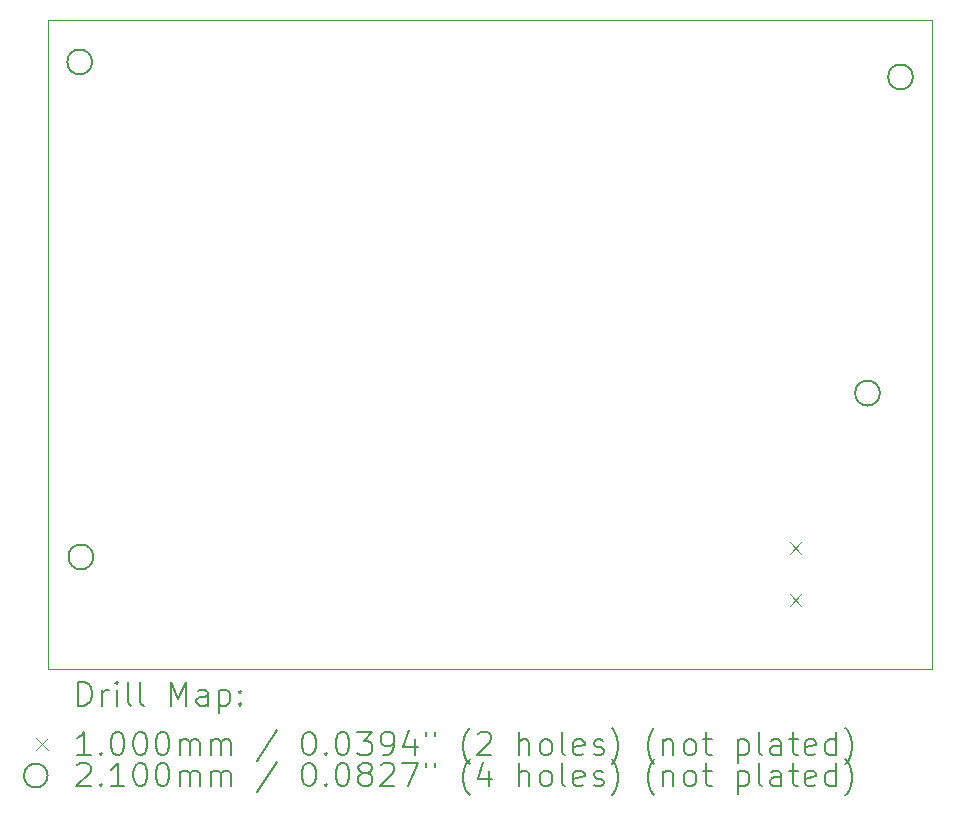
<source format=gbr>
%TF.GenerationSoftware,KiCad,Pcbnew,8.0.5*%
%TF.CreationDate,2024-11-03T18:03:42-05:00*%
%TF.ProjectId,emerald_pcb,656d6572-616c-4645-9f70-63622e6b6963,rev?*%
%TF.SameCoordinates,Original*%
%TF.FileFunction,Drillmap*%
%TF.FilePolarity,Positive*%
%FSLAX45Y45*%
G04 Gerber Fmt 4.5, Leading zero omitted, Abs format (unit mm)*
G04 Created by KiCad (PCBNEW 8.0.5) date 2024-11-03 18:03:42*
%MOMM*%
%LPD*%
G01*
G04 APERTURE LIST*
%ADD10C,0.050000*%
%ADD11C,0.200000*%
%ADD12C,0.100000*%
%ADD13C,0.210000*%
G04 APERTURE END LIST*
D10*
X3474720Y-3454400D02*
X10957560Y-3454400D01*
X10957560Y-8945880D01*
X3474720Y-8945880D01*
X3474720Y-3454400D01*
D11*
D12*
X9755220Y-7873240D02*
X9855220Y-7973240D01*
X9855220Y-7873240D02*
X9755220Y-7973240D01*
X9755220Y-8313240D02*
X9855220Y-8413240D01*
X9855220Y-8313240D02*
X9755220Y-8413240D01*
D13*
X3848960Y-3810000D02*
G75*
G02*
X3638960Y-3810000I-105000J0D01*
G01*
X3638960Y-3810000D02*
G75*
G02*
X3848960Y-3810000I105000J0D01*
G01*
X3859120Y-8001000D02*
G75*
G02*
X3649120Y-8001000I-105000J0D01*
G01*
X3649120Y-8001000D02*
G75*
G02*
X3859120Y-8001000I105000J0D01*
G01*
X10519000Y-6614160D02*
G75*
G02*
X10309000Y-6614160I-105000J0D01*
G01*
X10309000Y-6614160D02*
G75*
G02*
X10519000Y-6614160I105000J0D01*
G01*
X10798400Y-3937000D02*
G75*
G02*
X10588400Y-3937000I-105000J0D01*
G01*
X10588400Y-3937000D02*
G75*
G02*
X10798400Y-3937000I105000J0D01*
G01*
D11*
X3732997Y-9259864D02*
X3732997Y-9059864D01*
X3732997Y-9059864D02*
X3780616Y-9059864D01*
X3780616Y-9059864D02*
X3809187Y-9069388D01*
X3809187Y-9069388D02*
X3828235Y-9088435D01*
X3828235Y-9088435D02*
X3837759Y-9107483D01*
X3837759Y-9107483D02*
X3847282Y-9145578D01*
X3847282Y-9145578D02*
X3847282Y-9174150D01*
X3847282Y-9174150D02*
X3837759Y-9212245D01*
X3837759Y-9212245D02*
X3828235Y-9231292D01*
X3828235Y-9231292D02*
X3809187Y-9250340D01*
X3809187Y-9250340D02*
X3780616Y-9259864D01*
X3780616Y-9259864D02*
X3732997Y-9259864D01*
X3932997Y-9259864D02*
X3932997Y-9126530D01*
X3932997Y-9164626D02*
X3942521Y-9145578D01*
X3942521Y-9145578D02*
X3952044Y-9136054D01*
X3952044Y-9136054D02*
X3971092Y-9126530D01*
X3971092Y-9126530D02*
X3990140Y-9126530D01*
X4056806Y-9259864D02*
X4056806Y-9126530D01*
X4056806Y-9059864D02*
X4047282Y-9069388D01*
X4047282Y-9069388D02*
X4056806Y-9078911D01*
X4056806Y-9078911D02*
X4066330Y-9069388D01*
X4066330Y-9069388D02*
X4056806Y-9059864D01*
X4056806Y-9059864D02*
X4056806Y-9078911D01*
X4180616Y-9259864D02*
X4161568Y-9250340D01*
X4161568Y-9250340D02*
X4152044Y-9231292D01*
X4152044Y-9231292D02*
X4152044Y-9059864D01*
X4285378Y-9259864D02*
X4266330Y-9250340D01*
X4266330Y-9250340D02*
X4256806Y-9231292D01*
X4256806Y-9231292D02*
X4256806Y-9059864D01*
X4513949Y-9259864D02*
X4513949Y-9059864D01*
X4513949Y-9059864D02*
X4580616Y-9202721D01*
X4580616Y-9202721D02*
X4647283Y-9059864D01*
X4647283Y-9059864D02*
X4647283Y-9259864D01*
X4828235Y-9259864D02*
X4828235Y-9155102D01*
X4828235Y-9155102D02*
X4818711Y-9136054D01*
X4818711Y-9136054D02*
X4799664Y-9126530D01*
X4799664Y-9126530D02*
X4761568Y-9126530D01*
X4761568Y-9126530D02*
X4742521Y-9136054D01*
X4828235Y-9250340D02*
X4809187Y-9259864D01*
X4809187Y-9259864D02*
X4761568Y-9259864D01*
X4761568Y-9259864D02*
X4742521Y-9250340D01*
X4742521Y-9250340D02*
X4732997Y-9231292D01*
X4732997Y-9231292D02*
X4732997Y-9212245D01*
X4732997Y-9212245D02*
X4742521Y-9193197D01*
X4742521Y-9193197D02*
X4761568Y-9183673D01*
X4761568Y-9183673D02*
X4809187Y-9183673D01*
X4809187Y-9183673D02*
X4828235Y-9174150D01*
X4923473Y-9126530D02*
X4923473Y-9326530D01*
X4923473Y-9136054D02*
X4942521Y-9126530D01*
X4942521Y-9126530D02*
X4980616Y-9126530D01*
X4980616Y-9126530D02*
X4999664Y-9136054D01*
X4999664Y-9136054D02*
X5009187Y-9145578D01*
X5009187Y-9145578D02*
X5018711Y-9164626D01*
X5018711Y-9164626D02*
X5018711Y-9221769D01*
X5018711Y-9221769D02*
X5009187Y-9240816D01*
X5009187Y-9240816D02*
X4999664Y-9250340D01*
X4999664Y-9250340D02*
X4980616Y-9259864D01*
X4980616Y-9259864D02*
X4942521Y-9259864D01*
X4942521Y-9259864D02*
X4923473Y-9250340D01*
X5104425Y-9240816D02*
X5113949Y-9250340D01*
X5113949Y-9250340D02*
X5104425Y-9259864D01*
X5104425Y-9259864D02*
X5094902Y-9250340D01*
X5094902Y-9250340D02*
X5104425Y-9240816D01*
X5104425Y-9240816D02*
X5104425Y-9259864D01*
X5104425Y-9136054D02*
X5113949Y-9145578D01*
X5113949Y-9145578D02*
X5104425Y-9155102D01*
X5104425Y-9155102D02*
X5094902Y-9145578D01*
X5094902Y-9145578D02*
X5104425Y-9136054D01*
X5104425Y-9136054D02*
X5104425Y-9155102D01*
D12*
X3372220Y-9538380D02*
X3472220Y-9638380D01*
X3472220Y-9538380D02*
X3372220Y-9638380D01*
D11*
X3837759Y-9679864D02*
X3723473Y-9679864D01*
X3780616Y-9679864D02*
X3780616Y-9479864D01*
X3780616Y-9479864D02*
X3761568Y-9508435D01*
X3761568Y-9508435D02*
X3742521Y-9527483D01*
X3742521Y-9527483D02*
X3723473Y-9537007D01*
X3923473Y-9660816D02*
X3932997Y-9670340D01*
X3932997Y-9670340D02*
X3923473Y-9679864D01*
X3923473Y-9679864D02*
X3913949Y-9670340D01*
X3913949Y-9670340D02*
X3923473Y-9660816D01*
X3923473Y-9660816D02*
X3923473Y-9679864D01*
X4056806Y-9479864D02*
X4075854Y-9479864D01*
X4075854Y-9479864D02*
X4094902Y-9489388D01*
X4094902Y-9489388D02*
X4104425Y-9498911D01*
X4104425Y-9498911D02*
X4113949Y-9517959D01*
X4113949Y-9517959D02*
X4123473Y-9556054D01*
X4123473Y-9556054D02*
X4123473Y-9603673D01*
X4123473Y-9603673D02*
X4113949Y-9641769D01*
X4113949Y-9641769D02*
X4104425Y-9660816D01*
X4104425Y-9660816D02*
X4094902Y-9670340D01*
X4094902Y-9670340D02*
X4075854Y-9679864D01*
X4075854Y-9679864D02*
X4056806Y-9679864D01*
X4056806Y-9679864D02*
X4037759Y-9670340D01*
X4037759Y-9670340D02*
X4028235Y-9660816D01*
X4028235Y-9660816D02*
X4018711Y-9641769D01*
X4018711Y-9641769D02*
X4009187Y-9603673D01*
X4009187Y-9603673D02*
X4009187Y-9556054D01*
X4009187Y-9556054D02*
X4018711Y-9517959D01*
X4018711Y-9517959D02*
X4028235Y-9498911D01*
X4028235Y-9498911D02*
X4037759Y-9489388D01*
X4037759Y-9489388D02*
X4056806Y-9479864D01*
X4247283Y-9479864D02*
X4266330Y-9479864D01*
X4266330Y-9479864D02*
X4285378Y-9489388D01*
X4285378Y-9489388D02*
X4294902Y-9498911D01*
X4294902Y-9498911D02*
X4304425Y-9517959D01*
X4304425Y-9517959D02*
X4313949Y-9556054D01*
X4313949Y-9556054D02*
X4313949Y-9603673D01*
X4313949Y-9603673D02*
X4304425Y-9641769D01*
X4304425Y-9641769D02*
X4294902Y-9660816D01*
X4294902Y-9660816D02*
X4285378Y-9670340D01*
X4285378Y-9670340D02*
X4266330Y-9679864D01*
X4266330Y-9679864D02*
X4247283Y-9679864D01*
X4247283Y-9679864D02*
X4228235Y-9670340D01*
X4228235Y-9670340D02*
X4218711Y-9660816D01*
X4218711Y-9660816D02*
X4209187Y-9641769D01*
X4209187Y-9641769D02*
X4199664Y-9603673D01*
X4199664Y-9603673D02*
X4199664Y-9556054D01*
X4199664Y-9556054D02*
X4209187Y-9517959D01*
X4209187Y-9517959D02*
X4218711Y-9498911D01*
X4218711Y-9498911D02*
X4228235Y-9489388D01*
X4228235Y-9489388D02*
X4247283Y-9479864D01*
X4437759Y-9479864D02*
X4456806Y-9479864D01*
X4456806Y-9479864D02*
X4475854Y-9489388D01*
X4475854Y-9489388D02*
X4485378Y-9498911D01*
X4485378Y-9498911D02*
X4494902Y-9517959D01*
X4494902Y-9517959D02*
X4504425Y-9556054D01*
X4504425Y-9556054D02*
X4504425Y-9603673D01*
X4504425Y-9603673D02*
X4494902Y-9641769D01*
X4494902Y-9641769D02*
X4485378Y-9660816D01*
X4485378Y-9660816D02*
X4475854Y-9670340D01*
X4475854Y-9670340D02*
X4456806Y-9679864D01*
X4456806Y-9679864D02*
X4437759Y-9679864D01*
X4437759Y-9679864D02*
X4418711Y-9670340D01*
X4418711Y-9670340D02*
X4409187Y-9660816D01*
X4409187Y-9660816D02*
X4399664Y-9641769D01*
X4399664Y-9641769D02*
X4390140Y-9603673D01*
X4390140Y-9603673D02*
X4390140Y-9556054D01*
X4390140Y-9556054D02*
X4399664Y-9517959D01*
X4399664Y-9517959D02*
X4409187Y-9498911D01*
X4409187Y-9498911D02*
X4418711Y-9489388D01*
X4418711Y-9489388D02*
X4437759Y-9479864D01*
X4590140Y-9679864D02*
X4590140Y-9546530D01*
X4590140Y-9565578D02*
X4599664Y-9556054D01*
X4599664Y-9556054D02*
X4618711Y-9546530D01*
X4618711Y-9546530D02*
X4647283Y-9546530D01*
X4647283Y-9546530D02*
X4666330Y-9556054D01*
X4666330Y-9556054D02*
X4675854Y-9575102D01*
X4675854Y-9575102D02*
X4675854Y-9679864D01*
X4675854Y-9575102D02*
X4685378Y-9556054D01*
X4685378Y-9556054D02*
X4704425Y-9546530D01*
X4704425Y-9546530D02*
X4732997Y-9546530D01*
X4732997Y-9546530D02*
X4752045Y-9556054D01*
X4752045Y-9556054D02*
X4761568Y-9575102D01*
X4761568Y-9575102D02*
X4761568Y-9679864D01*
X4856806Y-9679864D02*
X4856806Y-9546530D01*
X4856806Y-9565578D02*
X4866330Y-9556054D01*
X4866330Y-9556054D02*
X4885378Y-9546530D01*
X4885378Y-9546530D02*
X4913949Y-9546530D01*
X4913949Y-9546530D02*
X4932997Y-9556054D01*
X4932997Y-9556054D02*
X4942521Y-9575102D01*
X4942521Y-9575102D02*
X4942521Y-9679864D01*
X4942521Y-9575102D02*
X4952045Y-9556054D01*
X4952045Y-9556054D02*
X4971092Y-9546530D01*
X4971092Y-9546530D02*
X4999664Y-9546530D01*
X4999664Y-9546530D02*
X5018711Y-9556054D01*
X5018711Y-9556054D02*
X5028235Y-9575102D01*
X5028235Y-9575102D02*
X5028235Y-9679864D01*
X5418711Y-9470340D02*
X5247283Y-9727483D01*
X5675854Y-9479864D02*
X5694902Y-9479864D01*
X5694902Y-9479864D02*
X5713949Y-9489388D01*
X5713949Y-9489388D02*
X5723473Y-9498911D01*
X5723473Y-9498911D02*
X5732997Y-9517959D01*
X5732997Y-9517959D02*
X5742521Y-9556054D01*
X5742521Y-9556054D02*
X5742521Y-9603673D01*
X5742521Y-9603673D02*
X5732997Y-9641769D01*
X5732997Y-9641769D02*
X5723473Y-9660816D01*
X5723473Y-9660816D02*
X5713949Y-9670340D01*
X5713949Y-9670340D02*
X5694902Y-9679864D01*
X5694902Y-9679864D02*
X5675854Y-9679864D01*
X5675854Y-9679864D02*
X5656806Y-9670340D01*
X5656806Y-9670340D02*
X5647283Y-9660816D01*
X5647283Y-9660816D02*
X5637759Y-9641769D01*
X5637759Y-9641769D02*
X5628235Y-9603673D01*
X5628235Y-9603673D02*
X5628235Y-9556054D01*
X5628235Y-9556054D02*
X5637759Y-9517959D01*
X5637759Y-9517959D02*
X5647283Y-9498911D01*
X5647283Y-9498911D02*
X5656806Y-9489388D01*
X5656806Y-9489388D02*
X5675854Y-9479864D01*
X5828235Y-9660816D02*
X5837759Y-9670340D01*
X5837759Y-9670340D02*
X5828235Y-9679864D01*
X5828235Y-9679864D02*
X5818711Y-9670340D01*
X5818711Y-9670340D02*
X5828235Y-9660816D01*
X5828235Y-9660816D02*
X5828235Y-9679864D01*
X5961568Y-9479864D02*
X5980616Y-9479864D01*
X5980616Y-9479864D02*
X5999664Y-9489388D01*
X5999664Y-9489388D02*
X6009187Y-9498911D01*
X6009187Y-9498911D02*
X6018711Y-9517959D01*
X6018711Y-9517959D02*
X6028235Y-9556054D01*
X6028235Y-9556054D02*
X6028235Y-9603673D01*
X6028235Y-9603673D02*
X6018711Y-9641769D01*
X6018711Y-9641769D02*
X6009187Y-9660816D01*
X6009187Y-9660816D02*
X5999664Y-9670340D01*
X5999664Y-9670340D02*
X5980616Y-9679864D01*
X5980616Y-9679864D02*
X5961568Y-9679864D01*
X5961568Y-9679864D02*
X5942521Y-9670340D01*
X5942521Y-9670340D02*
X5932997Y-9660816D01*
X5932997Y-9660816D02*
X5923473Y-9641769D01*
X5923473Y-9641769D02*
X5913949Y-9603673D01*
X5913949Y-9603673D02*
X5913949Y-9556054D01*
X5913949Y-9556054D02*
X5923473Y-9517959D01*
X5923473Y-9517959D02*
X5932997Y-9498911D01*
X5932997Y-9498911D02*
X5942521Y-9489388D01*
X5942521Y-9489388D02*
X5961568Y-9479864D01*
X6094902Y-9479864D02*
X6218711Y-9479864D01*
X6218711Y-9479864D02*
X6152045Y-9556054D01*
X6152045Y-9556054D02*
X6180616Y-9556054D01*
X6180616Y-9556054D02*
X6199664Y-9565578D01*
X6199664Y-9565578D02*
X6209187Y-9575102D01*
X6209187Y-9575102D02*
X6218711Y-9594150D01*
X6218711Y-9594150D02*
X6218711Y-9641769D01*
X6218711Y-9641769D02*
X6209187Y-9660816D01*
X6209187Y-9660816D02*
X6199664Y-9670340D01*
X6199664Y-9670340D02*
X6180616Y-9679864D01*
X6180616Y-9679864D02*
X6123473Y-9679864D01*
X6123473Y-9679864D02*
X6104426Y-9670340D01*
X6104426Y-9670340D02*
X6094902Y-9660816D01*
X6313949Y-9679864D02*
X6352045Y-9679864D01*
X6352045Y-9679864D02*
X6371092Y-9670340D01*
X6371092Y-9670340D02*
X6380616Y-9660816D01*
X6380616Y-9660816D02*
X6399664Y-9632245D01*
X6399664Y-9632245D02*
X6409187Y-9594150D01*
X6409187Y-9594150D02*
X6409187Y-9517959D01*
X6409187Y-9517959D02*
X6399664Y-9498911D01*
X6399664Y-9498911D02*
X6390140Y-9489388D01*
X6390140Y-9489388D02*
X6371092Y-9479864D01*
X6371092Y-9479864D02*
X6332997Y-9479864D01*
X6332997Y-9479864D02*
X6313949Y-9489388D01*
X6313949Y-9489388D02*
X6304426Y-9498911D01*
X6304426Y-9498911D02*
X6294902Y-9517959D01*
X6294902Y-9517959D02*
X6294902Y-9565578D01*
X6294902Y-9565578D02*
X6304426Y-9584626D01*
X6304426Y-9584626D02*
X6313949Y-9594150D01*
X6313949Y-9594150D02*
X6332997Y-9603673D01*
X6332997Y-9603673D02*
X6371092Y-9603673D01*
X6371092Y-9603673D02*
X6390140Y-9594150D01*
X6390140Y-9594150D02*
X6399664Y-9584626D01*
X6399664Y-9584626D02*
X6409187Y-9565578D01*
X6580616Y-9546530D02*
X6580616Y-9679864D01*
X6532997Y-9470340D02*
X6485378Y-9613197D01*
X6485378Y-9613197D02*
X6609187Y-9613197D01*
X6675854Y-9479864D02*
X6675854Y-9517959D01*
X6752045Y-9479864D02*
X6752045Y-9517959D01*
X7047283Y-9756054D02*
X7037759Y-9746530D01*
X7037759Y-9746530D02*
X7018711Y-9717959D01*
X7018711Y-9717959D02*
X7009188Y-9698911D01*
X7009188Y-9698911D02*
X6999664Y-9670340D01*
X6999664Y-9670340D02*
X6990140Y-9622721D01*
X6990140Y-9622721D02*
X6990140Y-9584626D01*
X6990140Y-9584626D02*
X6999664Y-9537007D01*
X6999664Y-9537007D02*
X7009188Y-9508435D01*
X7009188Y-9508435D02*
X7018711Y-9489388D01*
X7018711Y-9489388D02*
X7037759Y-9460816D01*
X7037759Y-9460816D02*
X7047283Y-9451292D01*
X7113949Y-9498911D02*
X7123473Y-9489388D01*
X7123473Y-9489388D02*
X7142521Y-9479864D01*
X7142521Y-9479864D02*
X7190140Y-9479864D01*
X7190140Y-9479864D02*
X7209188Y-9489388D01*
X7209188Y-9489388D02*
X7218711Y-9498911D01*
X7218711Y-9498911D02*
X7228235Y-9517959D01*
X7228235Y-9517959D02*
X7228235Y-9537007D01*
X7228235Y-9537007D02*
X7218711Y-9565578D01*
X7218711Y-9565578D02*
X7104426Y-9679864D01*
X7104426Y-9679864D02*
X7228235Y-9679864D01*
X7466330Y-9679864D02*
X7466330Y-9479864D01*
X7552045Y-9679864D02*
X7552045Y-9575102D01*
X7552045Y-9575102D02*
X7542521Y-9556054D01*
X7542521Y-9556054D02*
X7523473Y-9546530D01*
X7523473Y-9546530D02*
X7494902Y-9546530D01*
X7494902Y-9546530D02*
X7475854Y-9556054D01*
X7475854Y-9556054D02*
X7466330Y-9565578D01*
X7675854Y-9679864D02*
X7656807Y-9670340D01*
X7656807Y-9670340D02*
X7647283Y-9660816D01*
X7647283Y-9660816D02*
X7637759Y-9641769D01*
X7637759Y-9641769D02*
X7637759Y-9584626D01*
X7637759Y-9584626D02*
X7647283Y-9565578D01*
X7647283Y-9565578D02*
X7656807Y-9556054D01*
X7656807Y-9556054D02*
X7675854Y-9546530D01*
X7675854Y-9546530D02*
X7704426Y-9546530D01*
X7704426Y-9546530D02*
X7723473Y-9556054D01*
X7723473Y-9556054D02*
X7732997Y-9565578D01*
X7732997Y-9565578D02*
X7742521Y-9584626D01*
X7742521Y-9584626D02*
X7742521Y-9641769D01*
X7742521Y-9641769D02*
X7732997Y-9660816D01*
X7732997Y-9660816D02*
X7723473Y-9670340D01*
X7723473Y-9670340D02*
X7704426Y-9679864D01*
X7704426Y-9679864D02*
X7675854Y-9679864D01*
X7856807Y-9679864D02*
X7837759Y-9670340D01*
X7837759Y-9670340D02*
X7828235Y-9651292D01*
X7828235Y-9651292D02*
X7828235Y-9479864D01*
X8009188Y-9670340D02*
X7990140Y-9679864D01*
X7990140Y-9679864D02*
X7952045Y-9679864D01*
X7952045Y-9679864D02*
X7932997Y-9670340D01*
X7932997Y-9670340D02*
X7923473Y-9651292D01*
X7923473Y-9651292D02*
X7923473Y-9575102D01*
X7923473Y-9575102D02*
X7932997Y-9556054D01*
X7932997Y-9556054D02*
X7952045Y-9546530D01*
X7952045Y-9546530D02*
X7990140Y-9546530D01*
X7990140Y-9546530D02*
X8009188Y-9556054D01*
X8009188Y-9556054D02*
X8018711Y-9575102D01*
X8018711Y-9575102D02*
X8018711Y-9594150D01*
X8018711Y-9594150D02*
X7923473Y-9613197D01*
X8094902Y-9670340D02*
X8113950Y-9679864D01*
X8113950Y-9679864D02*
X8152045Y-9679864D01*
X8152045Y-9679864D02*
X8171092Y-9670340D01*
X8171092Y-9670340D02*
X8180616Y-9651292D01*
X8180616Y-9651292D02*
X8180616Y-9641769D01*
X8180616Y-9641769D02*
X8171092Y-9622721D01*
X8171092Y-9622721D02*
X8152045Y-9613197D01*
X8152045Y-9613197D02*
X8123473Y-9613197D01*
X8123473Y-9613197D02*
X8104426Y-9603673D01*
X8104426Y-9603673D02*
X8094902Y-9584626D01*
X8094902Y-9584626D02*
X8094902Y-9575102D01*
X8094902Y-9575102D02*
X8104426Y-9556054D01*
X8104426Y-9556054D02*
X8123473Y-9546530D01*
X8123473Y-9546530D02*
X8152045Y-9546530D01*
X8152045Y-9546530D02*
X8171092Y-9556054D01*
X8247283Y-9756054D02*
X8256807Y-9746530D01*
X8256807Y-9746530D02*
X8275854Y-9717959D01*
X8275854Y-9717959D02*
X8285378Y-9698911D01*
X8285378Y-9698911D02*
X8294902Y-9670340D01*
X8294902Y-9670340D02*
X8304426Y-9622721D01*
X8304426Y-9622721D02*
X8304426Y-9584626D01*
X8304426Y-9584626D02*
X8294902Y-9537007D01*
X8294902Y-9537007D02*
X8285378Y-9508435D01*
X8285378Y-9508435D02*
X8275854Y-9489388D01*
X8275854Y-9489388D02*
X8256807Y-9460816D01*
X8256807Y-9460816D02*
X8247283Y-9451292D01*
X8609188Y-9756054D02*
X8599664Y-9746530D01*
X8599664Y-9746530D02*
X8580616Y-9717959D01*
X8580616Y-9717959D02*
X8571093Y-9698911D01*
X8571093Y-9698911D02*
X8561569Y-9670340D01*
X8561569Y-9670340D02*
X8552045Y-9622721D01*
X8552045Y-9622721D02*
X8552045Y-9584626D01*
X8552045Y-9584626D02*
X8561569Y-9537007D01*
X8561569Y-9537007D02*
X8571093Y-9508435D01*
X8571093Y-9508435D02*
X8580616Y-9489388D01*
X8580616Y-9489388D02*
X8599664Y-9460816D01*
X8599664Y-9460816D02*
X8609188Y-9451292D01*
X8685378Y-9546530D02*
X8685378Y-9679864D01*
X8685378Y-9565578D02*
X8694902Y-9556054D01*
X8694902Y-9556054D02*
X8713950Y-9546530D01*
X8713950Y-9546530D02*
X8742521Y-9546530D01*
X8742521Y-9546530D02*
X8761569Y-9556054D01*
X8761569Y-9556054D02*
X8771093Y-9575102D01*
X8771093Y-9575102D02*
X8771093Y-9679864D01*
X8894902Y-9679864D02*
X8875854Y-9670340D01*
X8875854Y-9670340D02*
X8866331Y-9660816D01*
X8866331Y-9660816D02*
X8856807Y-9641769D01*
X8856807Y-9641769D02*
X8856807Y-9584626D01*
X8856807Y-9584626D02*
X8866331Y-9565578D01*
X8866331Y-9565578D02*
X8875854Y-9556054D01*
X8875854Y-9556054D02*
X8894902Y-9546530D01*
X8894902Y-9546530D02*
X8923474Y-9546530D01*
X8923474Y-9546530D02*
X8942521Y-9556054D01*
X8942521Y-9556054D02*
X8952045Y-9565578D01*
X8952045Y-9565578D02*
X8961569Y-9584626D01*
X8961569Y-9584626D02*
X8961569Y-9641769D01*
X8961569Y-9641769D02*
X8952045Y-9660816D01*
X8952045Y-9660816D02*
X8942521Y-9670340D01*
X8942521Y-9670340D02*
X8923474Y-9679864D01*
X8923474Y-9679864D02*
X8894902Y-9679864D01*
X9018712Y-9546530D02*
X9094902Y-9546530D01*
X9047283Y-9479864D02*
X9047283Y-9651292D01*
X9047283Y-9651292D02*
X9056807Y-9670340D01*
X9056807Y-9670340D02*
X9075854Y-9679864D01*
X9075854Y-9679864D02*
X9094902Y-9679864D01*
X9313950Y-9546530D02*
X9313950Y-9746530D01*
X9313950Y-9556054D02*
X9332997Y-9546530D01*
X9332997Y-9546530D02*
X9371093Y-9546530D01*
X9371093Y-9546530D02*
X9390140Y-9556054D01*
X9390140Y-9556054D02*
X9399664Y-9565578D01*
X9399664Y-9565578D02*
X9409188Y-9584626D01*
X9409188Y-9584626D02*
X9409188Y-9641769D01*
X9409188Y-9641769D02*
X9399664Y-9660816D01*
X9399664Y-9660816D02*
X9390140Y-9670340D01*
X9390140Y-9670340D02*
X9371093Y-9679864D01*
X9371093Y-9679864D02*
X9332997Y-9679864D01*
X9332997Y-9679864D02*
X9313950Y-9670340D01*
X9523474Y-9679864D02*
X9504426Y-9670340D01*
X9504426Y-9670340D02*
X9494902Y-9651292D01*
X9494902Y-9651292D02*
X9494902Y-9479864D01*
X9685378Y-9679864D02*
X9685378Y-9575102D01*
X9685378Y-9575102D02*
X9675855Y-9556054D01*
X9675855Y-9556054D02*
X9656807Y-9546530D01*
X9656807Y-9546530D02*
X9618712Y-9546530D01*
X9618712Y-9546530D02*
X9599664Y-9556054D01*
X9685378Y-9670340D02*
X9666331Y-9679864D01*
X9666331Y-9679864D02*
X9618712Y-9679864D01*
X9618712Y-9679864D02*
X9599664Y-9670340D01*
X9599664Y-9670340D02*
X9590140Y-9651292D01*
X9590140Y-9651292D02*
X9590140Y-9632245D01*
X9590140Y-9632245D02*
X9599664Y-9613197D01*
X9599664Y-9613197D02*
X9618712Y-9603673D01*
X9618712Y-9603673D02*
X9666331Y-9603673D01*
X9666331Y-9603673D02*
X9685378Y-9594150D01*
X9752045Y-9546530D02*
X9828235Y-9546530D01*
X9780616Y-9479864D02*
X9780616Y-9651292D01*
X9780616Y-9651292D02*
X9790140Y-9670340D01*
X9790140Y-9670340D02*
X9809188Y-9679864D01*
X9809188Y-9679864D02*
X9828235Y-9679864D01*
X9971093Y-9670340D02*
X9952045Y-9679864D01*
X9952045Y-9679864D02*
X9913950Y-9679864D01*
X9913950Y-9679864D02*
X9894902Y-9670340D01*
X9894902Y-9670340D02*
X9885378Y-9651292D01*
X9885378Y-9651292D02*
X9885378Y-9575102D01*
X9885378Y-9575102D02*
X9894902Y-9556054D01*
X9894902Y-9556054D02*
X9913950Y-9546530D01*
X9913950Y-9546530D02*
X9952045Y-9546530D01*
X9952045Y-9546530D02*
X9971093Y-9556054D01*
X9971093Y-9556054D02*
X9980616Y-9575102D01*
X9980616Y-9575102D02*
X9980616Y-9594150D01*
X9980616Y-9594150D02*
X9885378Y-9613197D01*
X10152045Y-9679864D02*
X10152045Y-9479864D01*
X10152045Y-9670340D02*
X10132997Y-9679864D01*
X10132997Y-9679864D02*
X10094902Y-9679864D01*
X10094902Y-9679864D02*
X10075855Y-9670340D01*
X10075855Y-9670340D02*
X10066331Y-9660816D01*
X10066331Y-9660816D02*
X10056807Y-9641769D01*
X10056807Y-9641769D02*
X10056807Y-9584626D01*
X10056807Y-9584626D02*
X10066331Y-9565578D01*
X10066331Y-9565578D02*
X10075855Y-9556054D01*
X10075855Y-9556054D02*
X10094902Y-9546530D01*
X10094902Y-9546530D02*
X10132997Y-9546530D01*
X10132997Y-9546530D02*
X10152045Y-9556054D01*
X10228236Y-9756054D02*
X10237759Y-9746530D01*
X10237759Y-9746530D02*
X10256807Y-9717959D01*
X10256807Y-9717959D02*
X10266331Y-9698911D01*
X10266331Y-9698911D02*
X10275855Y-9670340D01*
X10275855Y-9670340D02*
X10285378Y-9622721D01*
X10285378Y-9622721D02*
X10285378Y-9584626D01*
X10285378Y-9584626D02*
X10275855Y-9537007D01*
X10275855Y-9537007D02*
X10266331Y-9508435D01*
X10266331Y-9508435D02*
X10256807Y-9489388D01*
X10256807Y-9489388D02*
X10237759Y-9460816D01*
X10237759Y-9460816D02*
X10228236Y-9451292D01*
X3472220Y-9852380D02*
G75*
G02*
X3272220Y-9852380I-100000J0D01*
G01*
X3272220Y-9852380D02*
G75*
G02*
X3472220Y-9852380I100000J0D01*
G01*
X3723473Y-9762911D02*
X3732997Y-9753388D01*
X3732997Y-9753388D02*
X3752044Y-9743864D01*
X3752044Y-9743864D02*
X3799663Y-9743864D01*
X3799663Y-9743864D02*
X3818711Y-9753388D01*
X3818711Y-9753388D02*
X3828235Y-9762911D01*
X3828235Y-9762911D02*
X3837759Y-9781959D01*
X3837759Y-9781959D02*
X3837759Y-9801007D01*
X3837759Y-9801007D02*
X3828235Y-9829578D01*
X3828235Y-9829578D02*
X3713949Y-9943864D01*
X3713949Y-9943864D02*
X3837759Y-9943864D01*
X3923473Y-9924816D02*
X3932997Y-9934340D01*
X3932997Y-9934340D02*
X3923473Y-9943864D01*
X3923473Y-9943864D02*
X3913949Y-9934340D01*
X3913949Y-9934340D02*
X3923473Y-9924816D01*
X3923473Y-9924816D02*
X3923473Y-9943864D01*
X4123473Y-9943864D02*
X4009187Y-9943864D01*
X4066330Y-9943864D02*
X4066330Y-9743864D01*
X4066330Y-9743864D02*
X4047282Y-9772435D01*
X4047282Y-9772435D02*
X4028235Y-9791483D01*
X4028235Y-9791483D02*
X4009187Y-9801007D01*
X4247283Y-9743864D02*
X4266330Y-9743864D01*
X4266330Y-9743864D02*
X4285378Y-9753388D01*
X4285378Y-9753388D02*
X4294902Y-9762911D01*
X4294902Y-9762911D02*
X4304425Y-9781959D01*
X4304425Y-9781959D02*
X4313949Y-9820054D01*
X4313949Y-9820054D02*
X4313949Y-9867673D01*
X4313949Y-9867673D02*
X4304425Y-9905769D01*
X4304425Y-9905769D02*
X4294902Y-9924816D01*
X4294902Y-9924816D02*
X4285378Y-9934340D01*
X4285378Y-9934340D02*
X4266330Y-9943864D01*
X4266330Y-9943864D02*
X4247283Y-9943864D01*
X4247283Y-9943864D02*
X4228235Y-9934340D01*
X4228235Y-9934340D02*
X4218711Y-9924816D01*
X4218711Y-9924816D02*
X4209187Y-9905769D01*
X4209187Y-9905769D02*
X4199664Y-9867673D01*
X4199664Y-9867673D02*
X4199664Y-9820054D01*
X4199664Y-9820054D02*
X4209187Y-9781959D01*
X4209187Y-9781959D02*
X4218711Y-9762911D01*
X4218711Y-9762911D02*
X4228235Y-9753388D01*
X4228235Y-9753388D02*
X4247283Y-9743864D01*
X4437759Y-9743864D02*
X4456806Y-9743864D01*
X4456806Y-9743864D02*
X4475854Y-9753388D01*
X4475854Y-9753388D02*
X4485378Y-9762911D01*
X4485378Y-9762911D02*
X4494902Y-9781959D01*
X4494902Y-9781959D02*
X4504425Y-9820054D01*
X4504425Y-9820054D02*
X4504425Y-9867673D01*
X4504425Y-9867673D02*
X4494902Y-9905769D01*
X4494902Y-9905769D02*
X4485378Y-9924816D01*
X4485378Y-9924816D02*
X4475854Y-9934340D01*
X4475854Y-9934340D02*
X4456806Y-9943864D01*
X4456806Y-9943864D02*
X4437759Y-9943864D01*
X4437759Y-9943864D02*
X4418711Y-9934340D01*
X4418711Y-9934340D02*
X4409187Y-9924816D01*
X4409187Y-9924816D02*
X4399664Y-9905769D01*
X4399664Y-9905769D02*
X4390140Y-9867673D01*
X4390140Y-9867673D02*
X4390140Y-9820054D01*
X4390140Y-9820054D02*
X4399664Y-9781959D01*
X4399664Y-9781959D02*
X4409187Y-9762911D01*
X4409187Y-9762911D02*
X4418711Y-9753388D01*
X4418711Y-9753388D02*
X4437759Y-9743864D01*
X4590140Y-9943864D02*
X4590140Y-9810530D01*
X4590140Y-9829578D02*
X4599664Y-9820054D01*
X4599664Y-9820054D02*
X4618711Y-9810530D01*
X4618711Y-9810530D02*
X4647283Y-9810530D01*
X4647283Y-9810530D02*
X4666330Y-9820054D01*
X4666330Y-9820054D02*
X4675854Y-9839102D01*
X4675854Y-9839102D02*
X4675854Y-9943864D01*
X4675854Y-9839102D02*
X4685378Y-9820054D01*
X4685378Y-9820054D02*
X4704425Y-9810530D01*
X4704425Y-9810530D02*
X4732997Y-9810530D01*
X4732997Y-9810530D02*
X4752045Y-9820054D01*
X4752045Y-9820054D02*
X4761568Y-9839102D01*
X4761568Y-9839102D02*
X4761568Y-9943864D01*
X4856806Y-9943864D02*
X4856806Y-9810530D01*
X4856806Y-9829578D02*
X4866330Y-9820054D01*
X4866330Y-9820054D02*
X4885378Y-9810530D01*
X4885378Y-9810530D02*
X4913949Y-9810530D01*
X4913949Y-9810530D02*
X4932997Y-9820054D01*
X4932997Y-9820054D02*
X4942521Y-9839102D01*
X4942521Y-9839102D02*
X4942521Y-9943864D01*
X4942521Y-9839102D02*
X4952045Y-9820054D01*
X4952045Y-9820054D02*
X4971092Y-9810530D01*
X4971092Y-9810530D02*
X4999664Y-9810530D01*
X4999664Y-9810530D02*
X5018711Y-9820054D01*
X5018711Y-9820054D02*
X5028235Y-9839102D01*
X5028235Y-9839102D02*
X5028235Y-9943864D01*
X5418711Y-9734340D02*
X5247283Y-9991483D01*
X5675854Y-9743864D02*
X5694902Y-9743864D01*
X5694902Y-9743864D02*
X5713949Y-9753388D01*
X5713949Y-9753388D02*
X5723473Y-9762911D01*
X5723473Y-9762911D02*
X5732997Y-9781959D01*
X5732997Y-9781959D02*
X5742521Y-9820054D01*
X5742521Y-9820054D02*
X5742521Y-9867673D01*
X5742521Y-9867673D02*
X5732997Y-9905769D01*
X5732997Y-9905769D02*
X5723473Y-9924816D01*
X5723473Y-9924816D02*
X5713949Y-9934340D01*
X5713949Y-9934340D02*
X5694902Y-9943864D01*
X5694902Y-9943864D02*
X5675854Y-9943864D01*
X5675854Y-9943864D02*
X5656806Y-9934340D01*
X5656806Y-9934340D02*
X5647283Y-9924816D01*
X5647283Y-9924816D02*
X5637759Y-9905769D01*
X5637759Y-9905769D02*
X5628235Y-9867673D01*
X5628235Y-9867673D02*
X5628235Y-9820054D01*
X5628235Y-9820054D02*
X5637759Y-9781959D01*
X5637759Y-9781959D02*
X5647283Y-9762911D01*
X5647283Y-9762911D02*
X5656806Y-9753388D01*
X5656806Y-9753388D02*
X5675854Y-9743864D01*
X5828235Y-9924816D02*
X5837759Y-9934340D01*
X5837759Y-9934340D02*
X5828235Y-9943864D01*
X5828235Y-9943864D02*
X5818711Y-9934340D01*
X5818711Y-9934340D02*
X5828235Y-9924816D01*
X5828235Y-9924816D02*
X5828235Y-9943864D01*
X5961568Y-9743864D02*
X5980616Y-9743864D01*
X5980616Y-9743864D02*
X5999664Y-9753388D01*
X5999664Y-9753388D02*
X6009187Y-9762911D01*
X6009187Y-9762911D02*
X6018711Y-9781959D01*
X6018711Y-9781959D02*
X6028235Y-9820054D01*
X6028235Y-9820054D02*
X6028235Y-9867673D01*
X6028235Y-9867673D02*
X6018711Y-9905769D01*
X6018711Y-9905769D02*
X6009187Y-9924816D01*
X6009187Y-9924816D02*
X5999664Y-9934340D01*
X5999664Y-9934340D02*
X5980616Y-9943864D01*
X5980616Y-9943864D02*
X5961568Y-9943864D01*
X5961568Y-9943864D02*
X5942521Y-9934340D01*
X5942521Y-9934340D02*
X5932997Y-9924816D01*
X5932997Y-9924816D02*
X5923473Y-9905769D01*
X5923473Y-9905769D02*
X5913949Y-9867673D01*
X5913949Y-9867673D02*
X5913949Y-9820054D01*
X5913949Y-9820054D02*
X5923473Y-9781959D01*
X5923473Y-9781959D02*
X5932997Y-9762911D01*
X5932997Y-9762911D02*
X5942521Y-9753388D01*
X5942521Y-9753388D02*
X5961568Y-9743864D01*
X6142521Y-9829578D02*
X6123473Y-9820054D01*
X6123473Y-9820054D02*
X6113949Y-9810530D01*
X6113949Y-9810530D02*
X6104426Y-9791483D01*
X6104426Y-9791483D02*
X6104426Y-9781959D01*
X6104426Y-9781959D02*
X6113949Y-9762911D01*
X6113949Y-9762911D02*
X6123473Y-9753388D01*
X6123473Y-9753388D02*
X6142521Y-9743864D01*
X6142521Y-9743864D02*
X6180616Y-9743864D01*
X6180616Y-9743864D02*
X6199664Y-9753388D01*
X6199664Y-9753388D02*
X6209187Y-9762911D01*
X6209187Y-9762911D02*
X6218711Y-9781959D01*
X6218711Y-9781959D02*
X6218711Y-9791483D01*
X6218711Y-9791483D02*
X6209187Y-9810530D01*
X6209187Y-9810530D02*
X6199664Y-9820054D01*
X6199664Y-9820054D02*
X6180616Y-9829578D01*
X6180616Y-9829578D02*
X6142521Y-9829578D01*
X6142521Y-9829578D02*
X6123473Y-9839102D01*
X6123473Y-9839102D02*
X6113949Y-9848626D01*
X6113949Y-9848626D02*
X6104426Y-9867673D01*
X6104426Y-9867673D02*
X6104426Y-9905769D01*
X6104426Y-9905769D02*
X6113949Y-9924816D01*
X6113949Y-9924816D02*
X6123473Y-9934340D01*
X6123473Y-9934340D02*
X6142521Y-9943864D01*
X6142521Y-9943864D02*
X6180616Y-9943864D01*
X6180616Y-9943864D02*
X6199664Y-9934340D01*
X6199664Y-9934340D02*
X6209187Y-9924816D01*
X6209187Y-9924816D02*
X6218711Y-9905769D01*
X6218711Y-9905769D02*
X6218711Y-9867673D01*
X6218711Y-9867673D02*
X6209187Y-9848626D01*
X6209187Y-9848626D02*
X6199664Y-9839102D01*
X6199664Y-9839102D02*
X6180616Y-9829578D01*
X6294902Y-9762911D02*
X6304426Y-9753388D01*
X6304426Y-9753388D02*
X6323473Y-9743864D01*
X6323473Y-9743864D02*
X6371092Y-9743864D01*
X6371092Y-9743864D02*
X6390140Y-9753388D01*
X6390140Y-9753388D02*
X6399664Y-9762911D01*
X6399664Y-9762911D02*
X6409187Y-9781959D01*
X6409187Y-9781959D02*
X6409187Y-9801007D01*
X6409187Y-9801007D02*
X6399664Y-9829578D01*
X6399664Y-9829578D02*
X6285378Y-9943864D01*
X6285378Y-9943864D02*
X6409187Y-9943864D01*
X6475854Y-9743864D02*
X6609187Y-9743864D01*
X6609187Y-9743864D02*
X6523473Y-9943864D01*
X6675854Y-9743864D02*
X6675854Y-9781959D01*
X6752045Y-9743864D02*
X6752045Y-9781959D01*
X7047283Y-10020054D02*
X7037759Y-10010530D01*
X7037759Y-10010530D02*
X7018711Y-9981959D01*
X7018711Y-9981959D02*
X7009188Y-9962911D01*
X7009188Y-9962911D02*
X6999664Y-9934340D01*
X6999664Y-9934340D02*
X6990140Y-9886721D01*
X6990140Y-9886721D02*
X6990140Y-9848626D01*
X6990140Y-9848626D02*
X6999664Y-9801007D01*
X6999664Y-9801007D02*
X7009188Y-9772435D01*
X7009188Y-9772435D02*
X7018711Y-9753388D01*
X7018711Y-9753388D02*
X7037759Y-9724816D01*
X7037759Y-9724816D02*
X7047283Y-9715292D01*
X7209188Y-9810530D02*
X7209188Y-9943864D01*
X7161568Y-9734340D02*
X7113949Y-9877197D01*
X7113949Y-9877197D02*
X7237759Y-9877197D01*
X7466330Y-9943864D02*
X7466330Y-9743864D01*
X7552045Y-9943864D02*
X7552045Y-9839102D01*
X7552045Y-9839102D02*
X7542521Y-9820054D01*
X7542521Y-9820054D02*
X7523473Y-9810530D01*
X7523473Y-9810530D02*
X7494902Y-9810530D01*
X7494902Y-9810530D02*
X7475854Y-9820054D01*
X7475854Y-9820054D02*
X7466330Y-9829578D01*
X7675854Y-9943864D02*
X7656807Y-9934340D01*
X7656807Y-9934340D02*
X7647283Y-9924816D01*
X7647283Y-9924816D02*
X7637759Y-9905769D01*
X7637759Y-9905769D02*
X7637759Y-9848626D01*
X7637759Y-9848626D02*
X7647283Y-9829578D01*
X7647283Y-9829578D02*
X7656807Y-9820054D01*
X7656807Y-9820054D02*
X7675854Y-9810530D01*
X7675854Y-9810530D02*
X7704426Y-9810530D01*
X7704426Y-9810530D02*
X7723473Y-9820054D01*
X7723473Y-9820054D02*
X7732997Y-9829578D01*
X7732997Y-9829578D02*
X7742521Y-9848626D01*
X7742521Y-9848626D02*
X7742521Y-9905769D01*
X7742521Y-9905769D02*
X7732997Y-9924816D01*
X7732997Y-9924816D02*
X7723473Y-9934340D01*
X7723473Y-9934340D02*
X7704426Y-9943864D01*
X7704426Y-9943864D02*
X7675854Y-9943864D01*
X7856807Y-9943864D02*
X7837759Y-9934340D01*
X7837759Y-9934340D02*
X7828235Y-9915292D01*
X7828235Y-9915292D02*
X7828235Y-9743864D01*
X8009188Y-9934340D02*
X7990140Y-9943864D01*
X7990140Y-9943864D02*
X7952045Y-9943864D01*
X7952045Y-9943864D02*
X7932997Y-9934340D01*
X7932997Y-9934340D02*
X7923473Y-9915292D01*
X7923473Y-9915292D02*
X7923473Y-9839102D01*
X7923473Y-9839102D02*
X7932997Y-9820054D01*
X7932997Y-9820054D02*
X7952045Y-9810530D01*
X7952045Y-9810530D02*
X7990140Y-9810530D01*
X7990140Y-9810530D02*
X8009188Y-9820054D01*
X8009188Y-9820054D02*
X8018711Y-9839102D01*
X8018711Y-9839102D02*
X8018711Y-9858150D01*
X8018711Y-9858150D02*
X7923473Y-9877197D01*
X8094902Y-9934340D02*
X8113950Y-9943864D01*
X8113950Y-9943864D02*
X8152045Y-9943864D01*
X8152045Y-9943864D02*
X8171092Y-9934340D01*
X8171092Y-9934340D02*
X8180616Y-9915292D01*
X8180616Y-9915292D02*
X8180616Y-9905769D01*
X8180616Y-9905769D02*
X8171092Y-9886721D01*
X8171092Y-9886721D02*
X8152045Y-9877197D01*
X8152045Y-9877197D02*
X8123473Y-9877197D01*
X8123473Y-9877197D02*
X8104426Y-9867673D01*
X8104426Y-9867673D02*
X8094902Y-9848626D01*
X8094902Y-9848626D02*
X8094902Y-9839102D01*
X8094902Y-9839102D02*
X8104426Y-9820054D01*
X8104426Y-9820054D02*
X8123473Y-9810530D01*
X8123473Y-9810530D02*
X8152045Y-9810530D01*
X8152045Y-9810530D02*
X8171092Y-9820054D01*
X8247283Y-10020054D02*
X8256807Y-10010530D01*
X8256807Y-10010530D02*
X8275854Y-9981959D01*
X8275854Y-9981959D02*
X8285378Y-9962911D01*
X8285378Y-9962911D02*
X8294902Y-9934340D01*
X8294902Y-9934340D02*
X8304426Y-9886721D01*
X8304426Y-9886721D02*
X8304426Y-9848626D01*
X8304426Y-9848626D02*
X8294902Y-9801007D01*
X8294902Y-9801007D02*
X8285378Y-9772435D01*
X8285378Y-9772435D02*
X8275854Y-9753388D01*
X8275854Y-9753388D02*
X8256807Y-9724816D01*
X8256807Y-9724816D02*
X8247283Y-9715292D01*
X8609188Y-10020054D02*
X8599664Y-10010530D01*
X8599664Y-10010530D02*
X8580616Y-9981959D01*
X8580616Y-9981959D02*
X8571093Y-9962911D01*
X8571093Y-9962911D02*
X8561569Y-9934340D01*
X8561569Y-9934340D02*
X8552045Y-9886721D01*
X8552045Y-9886721D02*
X8552045Y-9848626D01*
X8552045Y-9848626D02*
X8561569Y-9801007D01*
X8561569Y-9801007D02*
X8571093Y-9772435D01*
X8571093Y-9772435D02*
X8580616Y-9753388D01*
X8580616Y-9753388D02*
X8599664Y-9724816D01*
X8599664Y-9724816D02*
X8609188Y-9715292D01*
X8685378Y-9810530D02*
X8685378Y-9943864D01*
X8685378Y-9829578D02*
X8694902Y-9820054D01*
X8694902Y-9820054D02*
X8713950Y-9810530D01*
X8713950Y-9810530D02*
X8742521Y-9810530D01*
X8742521Y-9810530D02*
X8761569Y-9820054D01*
X8761569Y-9820054D02*
X8771093Y-9839102D01*
X8771093Y-9839102D02*
X8771093Y-9943864D01*
X8894902Y-9943864D02*
X8875854Y-9934340D01*
X8875854Y-9934340D02*
X8866331Y-9924816D01*
X8866331Y-9924816D02*
X8856807Y-9905769D01*
X8856807Y-9905769D02*
X8856807Y-9848626D01*
X8856807Y-9848626D02*
X8866331Y-9829578D01*
X8866331Y-9829578D02*
X8875854Y-9820054D01*
X8875854Y-9820054D02*
X8894902Y-9810530D01*
X8894902Y-9810530D02*
X8923474Y-9810530D01*
X8923474Y-9810530D02*
X8942521Y-9820054D01*
X8942521Y-9820054D02*
X8952045Y-9829578D01*
X8952045Y-9829578D02*
X8961569Y-9848626D01*
X8961569Y-9848626D02*
X8961569Y-9905769D01*
X8961569Y-9905769D02*
X8952045Y-9924816D01*
X8952045Y-9924816D02*
X8942521Y-9934340D01*
X8942521Y-9934340D02*
X8923474Y-9943864D01*
X8923474Y-9943864D02*
X8894902Y-9943864D01*
X9018712Y-9810530D02*
X9094902Y-9810530D01*
X9047283Y-9743864D02*
X9047283Y-9915292D01*
X9047283Y-9915292D02*
X9056807Y-9934340D01*
X9056807Y-9934340D02*
X9075854Y-9943864D01*
X9075854Y-9943864D02*
X9094902Y-9943864D01*
X9313950Y-9810530D02*
X9313950Y-10010530D01*
X9313950Y-9820054D02*
X9332997Y-9810530D01*
X9332997Y-9810530D02*
X9371093Y-9810530D01*
X9371093Y-9810530D02*
X9390140Y-9820054D01*
X9390140Y-9820054D02*
X9399664Y-9829578D01*
X9399664Y-9829578D02*
X9409188Y-9848626D01*
X9409188Y-9848626D02*
X9409188Y-9905769D01*
X9409188Y-9905769D02*
X9399664Y-9924816D01*
X9399664Y-9924816D02*
X9390140Y-9934340D01*
X9390140Y-9934340D02*
X9371093Y-9943864D01*
X9371093Y-9943864D02*
X9332997Y-9943864D01*
X9332997Y-9943864D02*
X9313950Y-9934340D01*
X9523474Y-9943864D02*
X9504426Y-9934340D01*
X9504426Y-9934340D02*
X9494902Y-9915292D01*
X9494902Y-9915292D02*
X9494902Y-9743864D01*
X9685378Y-9943864D02*
X9685378Y-9839102D01*
X9685378Y-9839102D02*
X9675855Y-9820054D01*
X9675855Y-9820054D02*
X9656807Y-9810530D01*
X9656807Y-9810530D02*
X9618712Y-9810530D01*
X9618712Y-9810530D02*
X9599664Y-9820054D01*
X9685378Y-9934340D02*
X9666331Y-9943864D01*
X9666331Y-9943864D02*
X9618712Y-9943864D01*
X9618712Y-9943864D02*
X9599664Y-9934340D01*
X9599664Y-9934340D02*
X9590140Y-9915292D01*
X9590140Y-9915292D02*
X9590140Y-9896245D01*
X9590140Y-9896245D02*
X9599664Y-9877197D01*
X9599664Y-9877197D02*
X9618712Y-9867673D01*
X9618712Y-9867673D02*
X9666331Y-9867673D01*
X9666331Y-9867673D02*
X9685378Y-9858150D01*
X9752045Y-9810530D02*
X9828235Y-9810530D01*
X9780616Y-9743864D02*
X9780616Y-9915292D01*
X9780616Y-9915292D02*
X9790140Y-9934340D01*
X9790140Y-9934340D02*
X9809188Y-9943864D01*
X9809188Y-9943864D02*
X9828235Y-9943864D01*
X9971093Y-9934340D02*
X9952045Y-9943864D01*
X9952045Y-9943864D02*
X9913950Y-9943864D01*
X9913950Y-9943864D02*
X9894902Y-9934340D01*
X9894902Y-9934340D02*
X9885378Y-9915292D01*
X9885378Y-9915292D02*
X9885378Y-9839102D01*
X9885378Y-9839102D02*
X9894902Y-9820054D01*
X9894902Y-9820054D02*
X9913950Y-9810530D01*
X9913950Y-9810530D02*
X9952045Y-9810530D01*
X9952045Y-9810530D02*
X9971093Y-9820054D01*
X9971093Y-9820054D02*
X9980616Y-9839102D01*
X9980616Y-9839102D02*
X9980616Y-9858150D01*
X9980616Y-9858150D02*
X9885378Y-9877197D01*
X10152045Y-9943864D02*
X10152045Y-9743864D01*
X10152045Y-9934340D02*
X10132997Y-9943864D01*
X10132997Y-9943864D02*
X10094902Y-9943864D01*
X10094902Y-9943864D02*
X10075855Y-9934340D01*
X10075855Y-9934340D02*
X10066331Y-9924816D01*
X10066331Y-9924816D02*
X10056807Y-9905769D01*
X10056807Y-9905769D02*
X10056807Y-9848626D01*
X10056807Y-9848626D02*
X10066331Y-9829578D01*
X10066331Y-9829578D02*
X10075855Y-9820054D01*
X10075855Y-9820054D02*
X10094902Y-9810530D01*
X10094902Y-9810530D02*
X10132997Y-9810530D01*
X10132997Y-9810530D02*
X10152045Y-9820054D01*
X10228236Y-10020054D02*
X10237759Y-10010530D01*
X10237759Y-10010530D02*
X10256807Y-9981959D01*
X10256807Y-9981959D02*
X10266331Y-9962911D01*
X10266331Y-9962911D02*
X10275855Y-9934340D01*
X10275855Y-9934340D02*
X10285378Y-9886721D01*
X10285378Y-9886721D02*
X10285378Y-9848626D01*
X10285378Y-9848626D02*
X10275855Y-9801007D01*
X10275855Y-9801007D02*
X10266331Y-9772435D01*
X10266331Y-9772435D02*
X10256807Y-9753388D01*
X10256807Y-9753388D02*
X10237759Y-9724816D01*
X10237759Y-9724816D02*
X10228236Y-9715292D01*
M02*

</source>
